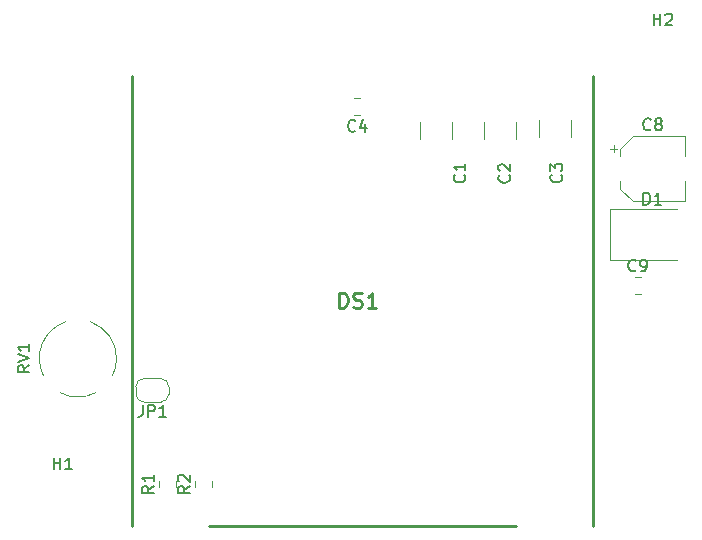
<source format=gto>
G04 #@! TF.GenerationSoftware,KiCad,Pcbnew,(5.1.12-1-10_14)*
G04 #@! TF.CreationDate,2023-01-20T22:26:28+01:00*
G04 #@! TF.ProjectId,dogs102,646f6773-3130-4322-9e6b-696361645f70,rev?*
G04 #@! TF.SameCoordinates,Original*
G04 #@! TF.FileFunction,Legend,Top*
G04 #@! TF.FilePolarity,Positive*
%FSLAX46Y46*%
G04 Gerber Fmt 4.6, Leading zero omitted, Abs format (unit mm)*
G04 Created by KiCad (PCBNEW (5.1.12-1-10_14)) date 2023-01-20 22:26:28*
%MOMM*%
%LPD*%
G01*
G04 APERTURE LIST*
%ADD10C,0.254000*%
%ADD11C,0.120000*%
%ADD12C,0.150000*%
G04 APERTURE END LIST*
D10*
X134066000Y-124460000D02*
X160066000Y-124460000D01*
X166566000Y-86360000D02*
X166566000Y-124460000D01*
X127566000Y-86360000D02*
X127566000Y-124460000D01*
D11*
X126230075Y-110243137D02*
G75*
G02*
X125874000Y-111785000I-3270075J-56863D01*
G01*
X124445202Y-113213387D02*
G75*
G02*
X121476000Y-113214000I-1485202J2913387D01*
G01*
X120046171Y-111783968D02*
G75*
G02*
X121896000Y-107208000I2913829J1483968D01*
G01*
X124024608Y-107208154D02*
G75*
G02*
X126230000Y-110300000I-1064608J-3091846D01*
G01*
X130660000Y-113300000D02*
G75*
G02*
X129960000Y-114000000I-700000J0D01*
G01*
X129960000Y-112000000D02*
G75*
G02*
X130660000Y-112700000I0J-700000D01*
G01*
X127860000Y-112700000D02*
G75*
G02*
X128560000Y-112000000I700000J0D01*
G01*
X128560000Y-114000000D02*
G75*
G02*
X127860000Y-113300000I0J700000D01*
G01*
X130660000Y-112700000D02*
X130660000Y-113300000D01*
X128560000Y-112000000D02*
X129960000Y-112000000D01*
X127860000Y-113300000D02*
X127860000Y-112700000D01*
X129960000Y-114000000D02*
X128560000Y-114000000D01*
X164682000Y-91519252D02*
X164682000Y-90096748D01*
X161962000Y-91519252D02*
X161962000Y-90096748D01*
X160070000Y-91748752D02*
X160070000Y-90326248D01*
X157350000Y-91748752D02*
X157350000Y-90326248D01*
X154670000Y-91748752D02*
X154670000Y-90326248D01*
X151950000Y-91748752D02*
X151950000Y-90326248D01*
X134320000Y-121196078D02*
X134320000Y-120678922D01*
X132900000Y-121196078D02*
X132900000Y-120678922D01*
X131266000Y-121196078D02*
X131266000Y-120678922D01*
X129846000Y-121196078D02*
X129846000Y-120678922D01*
X168018000Y-97672000D02*
X173718000Y-97672000D01*
X168018000Y-101972000D02*
X173718000Y-101972000D01*
X168018000Y-97672000D02*
X168018000Y-101972000D01*
X170096922Y-104850000D02*
X170614078Y-104850000D01*
X170096922Y-103430000D02*
X170614078Y-103430000D01*
X168305500Y-92236500D02*
X168305500Y-92861500D01*
X167993000Y-92549000D02*
X168618000Y-92549000D01*
X168858000Y-95929563D02*
X169922437Y-96994000D01*
X168858000Y-92538437D02*
X169922437Y-91474000D01*
X168858000Y-92538437D02*
X168858000Y-93174000D01*
X168858000Y-95929563D02*
X168858000Y-95294000D01*
X169922437Y-96994000D02*
X174378000Y-96994000D01*
X169922437Y-91474000D02*
X174378000Y-91474000D01*
X174378000Y-91474000D02*
X174378000Y-93174000D01*
X174378000Y-96994000D02*
X174378000Y-95294000D01*
X146868578Y-88290000D02*
X146351422Y-88290000D01*
X146868578Y-89710000D02*
X146351422Y-89710000D01*
D10*
X145070207Y-105999483D02*
X145070207Y-104729483D01*
X145372588Y-104729483D01*
X145554016Y-104789960D01*
X145674969Y-104910912D01*
X145735445Y-105031864D01*
X145795921Y-105273769D01*
X145795921Y-105455198D01*
X145735445Y-105697102D01*
X145674969Y-105818055D01*
X145554016Y-105939007D01*
X145372588Y-105999483D01*
X145070207Y-105999483D01*
X146279730Y-105939007D02*
X146461159Y-105999483D01*
X146763540Y-105999483D01*
X146884492Y-105939007D01*
X146944969Y-105878531D01*
X147005445Y-105757579D01*
X147005445Y-105636626D01*
X146944969Y-105515674D01*
X146884492Y-105455198D01*
X146763540Y-105394721D01*
X146521635Y-105334245D01*
X146400683Y-105273769D01*
X146340207Y-105213293D01*
X146279730Y-105092340D01*
X146279730Y-104971388D01*
X146340207Y-104850436D01*
X146400683Y-104789960D01*
X146521635Y-104729483D01*
X146824016Y-104729483D01*
X147005445Y-104789960D01*
X148214969Y-105999483D02*
X147489254Y-105999483D01*
X147852111Y-105999483D02*
X147852111Y-104729483D01*
X147731159Y-104910912D01*
X147610207Y-105031864D01*
X147489254Y-105092340D01*
D12*
X118852380Y-110895238D02*
X118376190Y-111228571D01*
X118852380Y-111466666D02*
X117852380Y-111466666D01*
X117852380Y-111085714D01*
X117900000Y-110990476D01*
X117947619Y-110942857D01*
X118042857Y-110895238D01*
X118185714Y-110895238D01*
X118280952Y-110942857D01*
X118328571Y-110990476D01*
X118376190Y-111085714D01*
X118376190Y-111466666D01*
X117852380Y-110609523D02*
X118852380Y-110276190D01*
X117852380Y-109942857D01*
X118852380Y-109085714D02*
X118852380Y-109657142D01*
X118852380Y-109371428D02*
X117852380Y-109371428D01*
X117995238Y-109466666D01*
X118090476Y-109561904D01*
X118138095Y-109657142D01*
X128426666Y-114252380D02*
X128426666Y-114966666D01*
X128379047Y-115109523D01*
X128283809Y-115204761D01*
X128140952Y-115252380D01*
X128045714Y-115252380D01*
X128902857Y-115252380D02*
X128902857Y-114252380D01*
X129283809Y-114252380D01*
X129379047Y-114300000D01*
X129426666Y-114347619D01*
X129474285Y-114442857D01*
X129474285Y-114585714D01*
X129426666Y-114680952D01*
X129379047Y-114728571D01*
X129283809Y-114776190D01*
X128902857Y-114776190D01*
X130426666Y-115252380D02*
X129855238Y-115252380D01*
X130140952Y-115252380D02*
X130140952Y-114252380D01*
X130045714Y-114395238D01*
X129950476Y-114490476D01*
X129855238Y-114538095D01*
X163867142Y-94766666D02*
X163914761Y-94814285D01*
X163962380Y-94957142D01*
X163962380Y-95052380D01*
X163914761Y-95195238D01*
X163819523Y-95290476D01*
X163724285Y-95338095D01*
X163533809Y-95385714D01*
X163390952Y-95385714D01*
X163200476Y-95338095D01*
X163105238Y-95290476D01*
X163010000Y-95195238D01*
X162962380Y-95052380D01*
X162962380Y-94957142D01*
X163010000Y-94814285D01*
X163057619Y-94766666D01*
X162962380Y-94433333D02*
X162962380Y-93814285D01*
X163343333Y-94147619D01*
X163343333Y-94004761D01*
X163390952Y-93909523D01*
X163438571Y-93861904D01*
X163533809Y-93814285D01*
X163771904Y-93814285D01*
X163867142Y-93861904D01*
X163914761Y-93909523D01*
X163962380Y-94004761D01*
X163962380Y-94290476D01*
X163914761Y-94385714D01*
X163867142Y-94433333D01*
X159467142Y-94796166D02*
X159514761Y-94843785D01*
X159562380Y-94986642D01*
X159562380Y-95081880D01*
X159514761Y-95224738D01*
X159419523Y-95319976D01*
X159324285Y-95367595D01*
X159133809Y-95415214D01*
X158990952Y-95415214D01*
X158800476Y-95367595D01*
X158705238Y-95319976D01*
X158610000Y-95224738D01*
X158562380Y-95081880D01*
X158562380Y-94986642D01*
X158610000Y-94843785D01*
X158657619Y-94796166D01*
X158657619Y-94415214D02*
X158610000Y-94367595D01*
X158562380Y-94272357D01*
X158562380Y-94034261D01*
X158610000Y-93939023D01*
X158657619Y-93891404D01*
X158752857Y-93843785D01*
X158848095Y-93843785D01*
X158990952Y-93891404D01*
X159562380Y-94462833D01*
X159562380Y-93843785D01*
X155667142Y-94766666D02*
X155714761Y-94814285D01*
X155762380Y-94957142D01*
X155762380Y-95052380D01*
X155714761Y-95195238D01*
X155619523Y-95290476D01*
X155524285Y-95338095D01*
X155333809Y-95385714D01*
X155190952Y-95385714D01*
X155000476Y-95338095D01*
X154905238Y-95290476D01*
X154810000Y-95195238D01*
X154762380Y-95052380D01*
X154762380Y-94957142D01*
X154810000Y-94814285D01*
X154857619Y-94766666D01*
X155762380Y-93814285D02*
X155762380Y-94385714D01*
X155762380Y-94100000D02*
X154762380Y-94100000D01*
X154905238Y-94195238D01*
X155000476Y-94290476D01*
X155048095Y-94385714D01*
X171704095Y-82104380D02*
X171704095Y-81104380D01*
X171704095Y-81580571D02*
X172275523Y-81580571D01*
X172275523Y-82104380D02*
X172275523Y-81104380D01*
X172704095Y-81199619D02*
X172751714Y-81152000D01*
X172846952Y-81104380D01*
X173085047Y-81104380D01*
X173180285Y-81152000D01*
X173227904Y-81199619D01*
X173275523Y-81294857D01*
X173275523Y-81390095D01*
X173227904Y-81532952D01*
X172656476Y-82104380D01*
X173275523Y-82104380D01*
X120904095Y-119696380D02*
X120904095Y-118696380D01*
X120904095Y-119172571D02*
X121475523Y-119172571D01*
X121475523Y-119696380D02*
X121475523Y-118696380D01*
X122475523Y-119696380D02*
X121904095Y-119696380D01*
X122189809Y-119696380D02*
X122189809Y-118696380D01*
X122094571Y-118839238D01*
X121999333Y-118934476D01*
X121904095Y-118982095D01*
X132412380Y-121104166D02*
X131936190Y-121437500D01*
X132412380Y-121675595D02*
X131412380Y-121675595D01*
X131412380Y-121294642D01*
X131460000Y-121199404D01*
X131507619Y-121151785D01*
X131602857Y-121104166D01*
X131745714Y-121104166D01*
X131840952Y-121151785D01*
X131888571Y-121199404D01*
X131936190Y-121294642D01*
X131936190Y-121675595D01*
X131507619Y-120723214D02*
X131460000Y-120675595D01*
X131412380Y-120580357D01*
X131412380Y-120342261D01*
X131460000Y-120247023D01*
X131507619Y-120199404D01*
X131602857Y-120151785D01*
X131698095Y-120151785D01*
X131840952Y-120199404D01*
X132412380Y-120770833D01*
X132412380Y-120151785D01*
X129358380Y-121104166D02*
X128882190Y-121437500D01*
X129358380Y-121675595D02*
X128358380Y-121675595D01*
X128358380Y-121294642D01*
X128406000Y-121199404D01*
X128453619Y-121151785D01*
X128548857Y-121104166D01*
X128691714Y-121104166D01*
X128786952Y-121151785D01*
X128834571Y-121199404D01*
X128882190Y-121294642D01*
X128882190Y-121675595D01*
X129358380Y-120151785D02*
X129358380Y-120723214D01*
X129358380Y-120437500D02*
X128358380Y-120437500D01*
X128501238Y-120532738D01*
X128596476Y-120627976D01*
X128644095Y-120723214D01*
X170829904Y-97274380D02*
X170829904Y-96274380D01*
X171068000Y-96274380D01*
X171210857Y-96322000D01*
X171306095Y-96417238D01*
X171353714Y-96512476D01*
X171401333Y-96702952D01*
X171401333Y-96845809D01*
X171353714Y-97036285D01*
X171306095Y-97131523D01*
X171210857Y-97226761D01*
X171068000Y-97274380D01*
X170829904Y-97274380D01*
X172353714Y-97274380D02*
X171782285Y-97274380D01*
X172068000Y-97274380D02*
X172068000Y-96274380D01*
X171972761Y-96417238D01*
X171877523Y-96512476D01*
X171782285Y-96560095D01*
X170188833Y-102847142D02*
X170141214Y-102894761D01*
X169998357Y-102942380D01*
X169903119Y-102942380D01*
X169760261Y-102894761D01*
X169665023Y-102799523D01*
X169617404Y-102704285D01*
X169569785Y-102513809D01*
X169569785Y-102370952D01*
X169617404Y-102180476D01*
X169665023Y-102085238D01*
X169760261Y-101990000D01*
X169903119Y-101942380D01*
X169998357Y-101942380D01*
X170141214Y-101990000D01*
X170188833Y-102037619D01*
X170665023Y-102942380D02*
X170855500Y-102942380D01*
X170950738Y-102894761D01*
X170998357Y-102847142D01*
X171093595Y-102704285D01*
X171141214Y-102513809D01*
X171141214Y-102132857D01*
X171093595Y-102037619D01*
X171045976Y-101990000D01*
X170950738Y-101942380D01*
X170760261Y-101942380D01*
X170665023Y-101990000D01*
X170617404Y-102037619D01*
X170569785Y-102132857D01*
X170569785Y-102370952D01*
X170617404Y-102466190D01*
X170665023Y-102513809D01*
X170760261Y-102561428D01*
X170950738Y-102561428D01*
X171045976Y-102513809D01*
X171093595Y-102466190D01*
X171141214Y-102370952D01*
X171451333Y-90891142D02*
X171403714Y-90938761D01*
X171260857Y-90986380D01*
X171165619Y-90986380D01*
X171022761Y-90938761D01*
X170927523Y-90843523D01*
X170879904Y-90748285D01*
X170832285Y-90557809D01*
X170832285Y-90414952D01*
X170879904Y-90224476D01*
X170927523Y-90129238D01*
X171022761Y-90034000D01*
X171165619Y-89986380D01*
X171260857Y-89986380D01*
X171403714Y-90034000D01*
X171451333Y-90081619D01*
X172022761Y-90414952D02*
X171927523Y-90367333D01*
X171879904Y-90319714D01*
X171832285Y-90224476D01*
X171832285Y-90176857D01*
X171879904Y-90081619D01*
X171927523Y-90034000D01*
X172022761Y-89986380D01*
X172213238Y-89986380D01*
X172308476Y-90034000D01*
X172356095Y-90081619D01*
X172403714Y-90176857D01*
X172403714Y-90224476D01*
X172356095Y-90319714D01*
X172308476Y-90367333D01*
X172213238Y-90414952D01*
X172022761Y-90414952D01*
X171927523Y-90462571D01*
X171879904Y-90510190D01*
X171832285Y-90605428D01*
X171832285Y-90795904D01*
X171879904Y-90891142D01*
X171927523Y-90938761D01*
X172022761Y-90986380D01*
X172213238Y-90986380D01*
X172308476Y-90938761D01*
X172356095Y-90891142D01*
X172403714Y-90795904D01*
X172403714Y-90605428D01*
X172356095Y-90510190D01*
X172308476Y-90462571D01*
X172213238Y-90414952D01*
X146443333Y-91007142D02*
X146395714Y-91054761D01*
X146252857Y-91102380D01*
X146157619Y-91102380D01*
X146014761Y-91054761D01*
X145919523Y-90959523D01*
X145871904Y-90864285D01*
X145824285Y-90673809D01*
X145824285Y-90530952D01*
X145871904Y-90340476D01*
X145919523Y-90245238D01*
X146014761Y-90150000D01*
X146157619Y-90102380D01*
X146252857Y-90102380D01*
X146395714Y-90150000D01*
X146443333Y-90197619D01*
X147300476Y-90435714D02*
X147300476Y-91102380D01*
X147062380Y-90054761D02*
X146824285Y-90769047D01*
X147443333Y-90769047D01*
M02*

</source>
